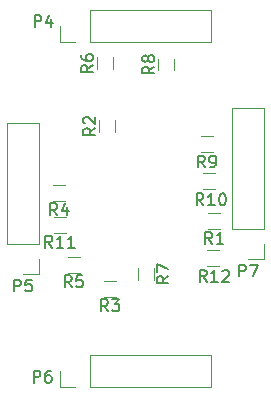
<source format=gto>
G04 #@! TF.FileFunction,Legend,Top*
%FSLAX46Y46*%
G04 Gerber Fmt 4.6, Leading zero omitted, Abs format (unit mm)*
G04 Created by KiCad (PCBNEW 4.0.4-stable) date 01/14/18 19:09:26*
%MOMM*%
%LPD*%
G01*
G04 APERTURE LIST*
%ADD10C,0.100000*%
%ADD11C,0.120000*%
%ADD12C,0.150000*%
G04 APERTURE END LIST*
D10*
D11*
X6410000Y13275000D02*
X6410000Y15935000D01*
X-3810000Y13275000D02*
X6410000Y13275000D01*
X-3810000Y15935000D02*
X6410000Y15935000D01*
X-3810000Y13275000D02*
X-3810000Y15935000D01*
X-5080000Y13275000D02*
X-6410000Y13275000D01*
X-6410000Y13275000D02*
X-6410000Y14605000D01*
X-8195000Y6410000D02*
X-10855000Y6410000D01*
X-8195000Y-3810000D02*
X-8195000Y6410000D01*
X-10855000Y-3810000D02*
X-10855000Y6410000D01*
X-8195000Y-3810000D02*
X-10855000Y-3810000D01*
X-8195000Y-5080000D02*
X-8195000Y-6410000D01*
X-8195000Y-6410000D02*
X-9525000Y-6410000D01*
X6410000Y-15935000D02*
X6410000Y-13275000D01*
X-3810000Y-15935000D02*
X6410000Y-15935000D01*
X-3810000Y-13275000D02*
X6410000Y-13275000D01*
X-3810000Y-15935000D02*
X-3810000Y-13275000D01*
X-5080000Y-15935000D02*
X-6410000Y-15935000D01*
X-6410000Y-15935000D02*
X-6410000Y-14605000D01*
X10855000Y7680000D02*
X8195000Y7680000D01*
X10855000Y-2540000D02*
X10855000Y7680000D01*
X8195000Y-2540000D02*
X8195000Y7680000D01*
X10855000Y-2540000D02*
X8195000Y-2540000D01*
X10855000Y-3810000D02*
X10855000Y-5140000D01*
X10855000Y-5140000D02*
X9525000Y-5140000D01*
X7150000Y-2555000D02*
X6150000Y-2555000D01*
X6150000Y-1195000D02*
X7150000Y-1195000D01*
X-1720000Y6650000D02*
X-1720000Y5650000D01*
X-3080000Y5650000D02*
X-3080000Y6650000D01*
X-2650000Y-6945000D02*
X-1650000Y-6945000D01*
X-1650000Y-8305000D02*
X-2650000Y-8305000D01*
X-6950000Y1180000D02*
X-5950000Y1180000D01*
X-5950000Y-180000D02*
X-6950000Y-180000D01*
X-5725000Y-4920000D02*
X-4725000Y-4920000D01*
X-4725000Y-6280000D02*
X-5725000Y-6280000D01*
X-1920000Y11950000D02*
X-1920000Y10950000D01*
X-3280000Y10950000D02*
X-3280000Y11950000D01*
X220000Y-6900000D02*
X220000Y-5900000D01*
X1580000Y-5900000D02*
X1580000Y-6900000D01*
X3280000Y11850000D02*
X3280000Y10850000D01*
X1920000Y10850000D02*
X1920000Y11850000D01*
X6550000Y3920000D02*
X5550000Y3920000D01*
X5550000Y5280000D02*
X6550000Y5280000D01*
X6750000Y820000D02*
X5750000Y820000D01*
X5750000Y2180000D02*
X6750000Y2180000D01*
X-6900000Y-1570000D02*
X-5900000Y-1570000D01*
X-5900000Y-2930000D02*
X-6900000Y-2930000D01*
X7100000Y-5730000D02*
X6100000Y-5730000D01*
X6100000Y-4370000D02*
X7100000Y-4370000D01*
D12*
X-8538095Y14522619D02*
X-8538095Y15522619D01*
X-8157142Y15522619D01*
X-8061904Y15475000D01*
X-8014285Y15427381D01*
X-7966666Y15332143D01*
X-7966666Y15189286D01*
X-8014285Y15094048D01*
X-8061904Y15046429D01*
X-8157142Y14998810D01*
X-8538095Y14998810D01*
X-7109523Y15189286D02*
X-7109523Y14522619D01*
X-7347619Y15570238D02*
X-7585714Y14855952D01*
X-6966666Y14855952D01*
X-10263095Y-7862381D02*
X-10263095Y-6862381D01*
X-9882142Y-6862381D01*
X-9786904Y-6910000D01*
X-9739285Y-6957619D01*
X-9691666Y-7052857D01*
X-9691666Y-7195714D01*
X-9739285Y-7290952D01*
X-9786904Y-7338571D01*
X-9882142Y-7386190D01*
X-10263095Y-7386190D01*
X-8786904Y-6862381D02*
X-9263095Y-6862381D01*
X-9310714Y-7338571D01*
X-9263095Y-7290952D01*
X-9167857Y-7243333D01*
X-8929761Y-7243333D01*
X-8834523Y-7290952D01*
X-8786904Y-7338571D01*
X-8739285Y-7433810D01*
X-8739285Y-7671905D01*
X-8786904Y-7767143D01*
X-8834523Y-7814762D01*
X-8929761Y-7862381D01*
X-9167857Y-7862381D01*
X-9263095Y-7814762D01*
X-9310714Y-7767143D01*
X-8613095Y-15577381D02*
X-8613095Y-14577381D01*
X-8232142Y-14577381D01*
X-8136904Y-14625000D01*
X-8089285Y-14672619D01*
X-8041666Y-14767857D01*
X-8041666Y-14910714D01*
X-8089285Y-15005952D01*
X-8136904Y-15053571D01*
X-8232142Y-15101190D01*
X-8613095Y-15101190D01*
X-7184523Y-14577381D02*
X-7375000Y-14577381D01*
X-7470238Y-14625000D01*
X-7517857Y-14672619D01*
X-7613095Y-14815476D01*
X-7660714Y-15005952D01*
X-7660714Y-15386905D01*
X-7613095Y-15482143D01*
X-7565476Y-15529762D01*
X-7470238Y-15577381D01*
X-7279761Y-15577381D01*
X-7184523Y-15529762D01*
X-7136904Y-15482143D01*
X-7089285Y-15386905D01*
X-7089285Y-15148810D01*
X-7136904Y-15053571D01*
X-7184523Y-15005952D01*
X-7279761Y-14958333D01*
X-7470238Y-14958333D01*
X-7565476Y-15005952D01*
X-7613095Y-15053571D01*
X-7660714Y-15148810D01*
X8786905Y-6592381D02*
X8786905Y-5592381D01*
X9167858Y-5592381D01*
X9263096Y-5640000D01*
X9310715Y-5687619D01*
X9358334Y-5782857D01*
X9358334Y-5925714D01*
X9310715Y-6020952D01*
X9263096Y-6068571D01*
X9167858Y-6116190D01*
X8786905Y-6116190D01*
X9691667Y-5592381D02*
X10358334Y-5592381D01*
X9929762Y-6592381D01*
X6508334Y-3827381D02*
X6175000Y-3351190D01*
X5936905Y-3827381D02*
X5936905Y-2827381D01*
X6317858Y-2827381D01*
X6413096Y-2875000D01*
X6460715Y-2922619D01*
X6508334Y-3017857D01*
X6508334Y-3160714D01*
X6460715Y-3255952D01*
X6413096Y-3303571D01*
X6317858Y-3351190D01*
X5936905Y-3351190D01*
X7460715Y-3827381D02*
X6889286Y-3827381D01*
X7175000Y-3827381D02*
X7175000Y-2827381D01*
X7079762Y-2970238D01*
X6984524Y-3065476D01*
X6889286Y-3113095D01*
X-3397619Y5983334D02*
X-3873810Y5650000D01*
X-3397619Y5411905D02*
X-4397619Y5411905D01*
X-4397619Y5792858D01*
X-4350000Y5888096D01*
X-4302381Y5935715D01*
X-4207143Y5983334D01*
X-4064286Y5983334D01*
X-3969048Y5935715D01*
X-3921429Y5888096D01*
X-3873810Y5792858D01*
X-3873810Y5411905D01*
X-4302381Y6364286D02*
X-4350000Y6411905D01*
X-4397619Y6507143D01*
X-4397619Y6745239D01*
X-4350000Y6840477D01*
X-4302381Y6888096D01*
X-4207143Y6935715D01*
X-4111905Y6935715D01*
X-3969048Y6888096D01*
X-3397619Y6316667D01*
X-3397619Y6935715D01*
X-2316666Y-9527381D02*
X-2650000Y-9051190D01*
X-2888095Y-9527381D02*
X-2888095Y-8527381D01*
X-2507142Y-8527381D01*
X-2411904Y-8575000D01*
X-2364285Y-8622619D01*
X-2316666Y-8717857D01*
X-2316666Y-8860714D01*
X-2364285Y-8955952D01*
X-2411904Y-9003571D01*
X-2507142Y-9051190D01*
X-2888095Y-9051190D01*
X-1983333Y-8527381D02*
X-1364285Y-8527381D01*
X-1697619Y-8908333D01*
X-1554761Y-8908333D01*
X-1459523Y-8955952D01*
X-1411904Y-9003571D01*
X-1364285Y-9098810D01*
X-1364285Y-9336905D01*
X-1411904Y-9432143D01*
X-1459523Y-9479762D01*
X-1554761Y-9527381D01*
X-1840476Y-9527381D01*
X-1935714Y-9479762D01*
X-1983333Y-9432143D01*
X-6616666Y-1402381D02*
X-6950000Y-926190D01*
X-7188095Y-1402381D02*
X-7188095Y-402381D01*
X-6807142Y-402381D01*
X-6711904Y-450000D01*
X-6664285Y-497619D01*
X-6616666Y-592857D01*
X-6616666Y-735714D01*
X-6664285Y-830952D01*
X-6711904Y-878571D01*
X-6807142Y-926190D01*
X-7188095Y-926190D01*
X-5759523Y-735714D02*
X-5759523Y-1402381D01*
X-5997619Y-354762D02*
X-6235714Y-1069048D01*
X-5616666Y-1069048D01*
X-5391666Y-7502381D02*
X-5725000Y-7026190D01*
X-5963095Y-7502381D02*
X-5963095Y-6502381D01*
X-5582142Y-6502381D01*
X-5486904Y-6550000D01*
X-5439285Y-6597619D01*
X-5391666Y-6692857D01*
X-5391666Y-6835714D01*
X-5439285Y-6930952D01*
X-5486904Y-6978571D01*
X-5582142Y-7026190D01*
X-5963095Y-7026190D01*
X-4486904Y-6502381D02*
X-4963095Y-6502381D01*
X-5010714Y-6978571D01*
X-4963095Y-6930952D01*
X-4867857Y-6883333D01*
X-4629761Y-6883333D01*
X-4534523Y-6930952D01*
X-4486904Y-6978571D01*
X-4439285Y-7073810D01*
X-4439285Y-7311905D01*
X-4486904Y-7407143D01*
X-4534523Y-7454762D01*
X-4629761Y-7502381D01*
X-4867857Y-7502381D01*
X-4963095Y-7454762D01*
X-5010714Y-7407143D01*
X-3597619Y11283334D02*
X-4073810Y10950000D01*
X-3597619Y10711905D02*
X-4597619Y10711905D01*
X-4597619Y11092858D01*
X-4550000Y11188096D01*
X-4502381Y11235715D01*
X-4407143Y11283334D01*
X-4264286Y11283334D01*
X-4169048Y11235715D01*
X-4121429Y11188096D01*
X-4073810Y11092858D01*
X-4073810Y10711905D01*
X-4597619Y12140477D02*
X-4597619Y11950000D01*
X-4550000Y11854762D01*
X-4502381Y11807143D01*
X-4359524Y11711905D01*
X-4169048Y11664286D01*
X-3788095Y11664286D01*
X-3692857Y11711905D01*
X-3645238Y11759524D01*
X-3597619Y11854762D01*
X-3597619Y12045239D01*
X-3645238Y12140477D01*
X-3692857Y12188096D01*
X-3788095Y12235715D01*
X-4026190Y12235715D01*
X-4121429Y12188096D01*
X-4169048Y12140477D01*
X-4216667Y12045239D01*
X-4216667Y11854762D01*
X-4169048Y11759524D01*
X-4121429Y11711905D01*
X-4026190Y11664286D01*
X2802381Y-6566666D02*
X2326190Y-6900000D01*
X2802381Y-7138095D02*
X1802381Y-7138095D01*
X1802381Y-6757142D01*
X1850000Y-6661904D01*
X1897619Y-6614285D01*
X1992857Y-6566666D01*
X2135714Y-6566666D01*
X2230952Y-6614285D01*
X2278571Y-6661904D01*
X2326190Y-6757142D01*
X2326190Y-7138095D01*
X1802381Y-6233333D02*
X1802381Y-5566666D01*
X2802381Y-5995238D01*
X1602381Y11183334D02*
X1126190Y10850000D01*
X1602381Y10611905D02*
X602381Y10611905D01*
X602381Y10992858D01*
X650000Y11088096D01*
X697619Y11135715D01*
X792857Y11183334D01*
X935714Y11183334D01*
X1030952Y11135715D01*
X1078571Y11088096D01*
X1126190Y10992858D01*
X1126190Y10611905D01*
X1030952Y11754762D02*
X983333Y11659524D01*
X935714Y11611905D01*
X840476Y11564286D01*
X792857Y11564286D01*
X697619Y11611905D01*
X650000Y11659524D01*
X602381Y11754762D01*
X602381Y11945239D01*
X650000Y12040477D01*
X697619Y12088096D01*
X792857Y12135715D01*
X840476Y12135715D01*
X935714Y12088096D01*
X983333Y12040477D01*
X1030952Y11945239D01*
X1030952Y11754762D01*
X1078571Y11659524D01*
X1126190Y11611905D01*
X1221429Y11564286D01*
X1411905Y11564286D01*
X1507143Y11611905D01*
X1554762Y11659524D01*
X1602381Y11754762D01*
X1602381Y11945239D01*
X1554762Y12040477D01*
X1507143Y12088096D01*
X1411905Y12135715D01*
X1221429Y12135715D01*
X1126190Y12088096D01*
X1078571Y12040477D01*
X1030952Y11945239D01*
X5883334Y2647619D02*
X5550000Y3123810D01*
X5311905Y2647619D02*
X5311905Y3647619D01*
X5692858Y3647619D01*
X5788096Y3600000D01*
X5835715Y3552381D01*
X5883334Y3457143D01*
X5883334Y3314286D01*
X5835715Y3219048D01*
X5788096Y3171429D01*
X5692858Y3123810D01*
X5311905Y3123810D01*
X6359524Y2647619D02*
X6550000Y2647619D01*
X6645239Y2695238D01*
X6692858Y2742857D01*
X6788096Y2885714D01*
X6835715Y3076190D01*
X6835715Y3457143D01*
X6788096Y3552381D01*
X6740477Y3600000D01*
X6645239Y3647619D01*
X6454762Y3647619D01*
X6359524Y3600000D01*
X6311905Y3552381D01*
X6264286Y3457143D01*
X6264286Y3219048D01*
X6311905Y3123810D01*
X6359524Y3076190D01*
X6454762Y3028571D01*
X6645239Y3028571D01*
X6740477Y3076190D01*
X6788096Y3123810D01*
X6835715Y3219048D01*
X5757143Y-552381D02*
X5423809Y-76190D01*
X5185714Y-552381D02*
X5185714Y447619D01*
X5566667Y447619D01*
X5661905Y400000D01*
X5709524Y352381D01*
X5757143Y257143D01*
X5757143Y114286D01*
X5709524Y19048D01*
X5661905Y-28571D01*
X5566667Y-76190D01*
X5185714Y-76190D01*
X6709524Y-552381D02*
X6138095Y-552381D01*
X6423809Y-552381D02*
X6423809Y447619D01*
X6328571Y304762D01*
X6233333Y209524D01*
X6138095Y161905D01*
X7328571Y447619D02*
X7423810Y447619D01*
X7519048Y400000D01*
X7566667Y352381D01*
X7614286Y257143D01*
X7661905Y66667D01*
X7661905Y-171429D01*
X7614286Y-361905D01*
X7566667Y-457143D01*
X7519048Y-504762D01*
X7423810Y-552381D01*
X7328571Y-552381D01*
X7233333Y-504762D01*
X7185714Y-457143D01*
X7138095Y-361905D01*
X7090476Y-171429D01*
X7090476Y66667D01*
X7138095Y257143D01*
X7185714Y352381D01*
X7233333Y400000D01*
X7328571Y447619D01*
X-7042857Y-4152381D02*
X-7376191Y-3676190D01*
X-7614286Y-4152381D02*
X-7614286Y-3152381D01*
X-7233333Y-3152381D01*
X-7138095Y-3200000D01*
X-7090476Y-3247619D01*
X-7042857Y-3342857D01*
X-7042857Y-3485714D01*
X-7090476Y-3580952D01*
X-7138095Y-3628571D01*
X-7233333Y-3676190D01*
X-7614286Y-3676190D01*
X-6090476Y-4152381D02*
X-6661905Y-4152381D01*
X-6376191Y-4152381D02*
X-6376191Y-3152381D01*
X-6471429Y-3295238D01*
X-6566667Y-3390476D01*
X-6661905Y-3438095D01*
X-5138095Y-4152381D02*
X-5709524Y-4152381D01*
X-5423810Y-4152381D02*
X-5423810Y-3152381D01*
X-5519048Y-3295238D01*
X-5614286Y-3390476D01*
X-5709524Y-3438095D01*
X6032143Y-7052381D02*
X5698809Y-6576190D01*
X5460714Y-7052381D02*
X5460714Y-6052381D01*
X5841667Y-6052381D01*
X5936905Y-6100000D01*
X5984524Y-6147619D01*
X6032143Y-6242857D01*
X6032143Y-6385714D01*
X5984524Y-6480952D01*
X5936905Y-6528571D01*
X5841667Y-6576190D01*
X5460714Y-6576190D01*
X6984524Y-7052381D02*
X6413095Y-7052381D01*
X6698809Y-7052381D02*
X6698809Y-6052381D01*
X6603571Y-6195238D01*
X6508333Y-6290476D01*
X6413095Y-6338095D01*
X7365476Y-6147619D02*
X7413095Y-6100000D01*
X7508333Y-6052381D01*
X7746429Y-6052381D01*
X7841667Y-6100000D01*
X7889286Y-6147619D01*
X7936905Y-6242857D01*
X7936905Y-6338095D01*
X7889286Y-6480952D01*
X7317857Y-7052381D01*
X7936905Y-7052381D01*
M02*

</source>
